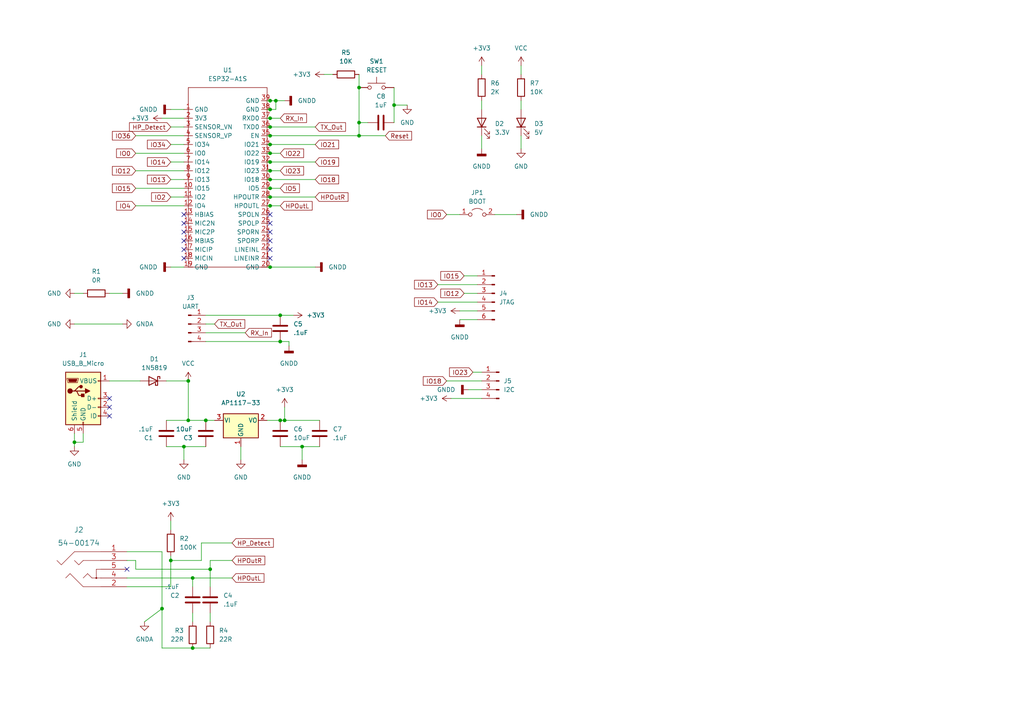
<source format=kicad_sch>
(kicad_sch (version 20211123) (generator eeschema)
  (paper "A4")
  (lib_symbols
    (symbol "2022-02-27_23-11-24:54-00174" (pin_names (offset -0.254) hide)
      (property "Reference" "J" (at -10.16 7.62 0))
      (property "Value" "54-00174" (at -10.16 5.08 0))
      (symbol "54-00174_1_1"
        (arc (start -8.89 -7.747) (mid -8.89 -7.493) (end -8.89 -7.747) (stroke (width 0.254)))
        (circle (center -8.89 -7.62) (radius 0.127) (stroke (width 0.254)))
        (polyline (pts (xy -20.32 -2.54) (xy -19.05 -3.81)) (stroke (width 0.127)))
        (polyline (pts (xy -19.05 -3.81) (xy -15.24 0)) (stroke (width 0.127)))
        (polyline (pts (xy -16.51 -6.35) (xy -17.78 -7.62)) (stroke (width 0.127)))
        (polyline (pts (xy -15.24 0) (xy -7.62 0)) (stroke (width 0.127)))
        (polyline (pts (xy -13.97 -3.81) (xy -15.24 -2.54)) (stroke (width 0.127)))
        (polyline (pts (xy -13.97 -3.81) (xy -12.7 -2.54)) (stroke (width 0.127)))
        (polyline (pts (xy -12.7 -10.16) (xy -16.51 -6.35)) (stroke (width 0.127)))
        (polyline (pts (xy -11.43 -6.35) (xy -12.7 -7.62)) (stroke (width 0.127)))
        (polyline (pts (xy -10.16 -7.62) (xy -11.43 -6.35)) (stroke (width 0.127)))
        (polyline (pts (xy -8.89 -5.08) (xy -8.89 -7.62)) (stroke (width 0.127)))
        (polyline (pts (xy -7.62 -10.16) (xy -12.7 -10.16)) (stroke (width 0.127)))
        (polyline (pts (xy -7.62 -7.62) (xy -10.16 -7.62)) (stroke (width 0.127)))
        (polyline (pts (xy -7.62 -5.08) (xy -8.89 -5.08)) (stroke (width 0.127)))
        (polyline (pts (xy -7.62 -2.54) (xy -12.7 -2.54)) (stroke (width 0.127)))
        (pin unspecified line (at 0 0 180) (length 7.62) (name "1") (number "1"))
        (pin unspecified line (at 0 -10.16 180) (length 7.62) (name "2") (number "2"))
        (pin unspecified line (at 0 -2.54 180) (length 7.62) (name "3") (number "3"))
        (pin unspecified line (at 0 -7.62 180) (length 7.62) (name "4") (number "4"))
        (pin unspecified line (at 0 -5.08 180) (length 7.62) (name "5") (number "5"))
      )
    )
    (symbol "Connector:Conn_01x04_Male" (pin_names (offset 1.016) hide)
      (property "Reference" "J" (at 0 5.08 0))
      (property "Value" "Conn_01x04_Male" (at 0 -7.62 0))
      (symbol "Conn_01x04_Male_1_1"
        (polyline (pts (xy 1.27 -5.08) (xy 0.8636 -5.08)) (stroke (width 0.1524)))
        (polyline (pts (xy 1.27 -2.54) (xy 0.8636 -2.54)) (stroke (width 0.1524)))
        (polyline (pts (xy 1.27 0) (xy 0.8636 0)) (stroke (width 0.1524)))
        (polyline (pts (xy 1.27 2.54) (xy 0.8636 2.54)) (stroke (width 0.1524)))
        (rectangle (start 0.8636 -4.953) (end 0 -5.207) (stroke (width 0.1524)) (fill (type outline)))
        (rectangle (start 0.8636 -2.413) (end 0 -2.667) (stroke (width 0.1524)) (fill (type outline)))
        (rectangle (start 0.8636 0.127) (end 0 -0.127) (stroke (width 0.1524)) (fill (type outline)))
        (rectangle (start 0.8636 2.667) (end 0 2.413) (stroke (width 0.1524)) (fill (type outline)))
        (pin passive line (at 5.08 2.54 180) (length 3.81) (name "Pin_1") (number "1"))
        (pin passive line (at 5.08 0 180) (length 3.81) (name "Pin_2") (number "2"))
        (pin passive line (at 5.08 -2.54 180) (length 3.81) (name "Pin_3") (number "3"))
        (pin passive line (at 5.08 -5.08 180) (length 3.81) (name "Pin_4") (number "4"))
      )
    )
    (symbol "Connector:Conn_01x06_Male" (pin_names (offset 1.016) hide)
      (property "Reference" "J" (at 0 7.62 0))
      (property "Value" "Conn_01x06_Male" (at 0 -10.16 0))
      (symbol "Conn_01x06_Male_1_1"
        (polyline (pts (xy 1.27 -7.62) (xy 0.8636 -7.62)) (stroke (width 0.1524)))
        (polyline (pts (xy 1.27 -5.08) (xy 0.8636 -5.08)) (stroke (width 0.1524)))
        (polyline (pts (xy 1.27 -2.54) (xy 0.8636 -2.54)) (stroke (width 0.1524)))
        (polyline (pts (xy 1.27 0) (xy 0.8636 0)) (stroke (width 0.1524)))
        (polyline (pts (xy 1.27 2.54) (xy 0.8636 2.54)) (stroke (width 0.1524)))
        (polyline (pts (xy 1.27 5.08) (xy 0.8636 5.08)) (stroke (width 0.1524)))
        (rectangle (start 0.8636 -7.493) (end 0 -7.747) (stroke (width 0.1524)) (fill (type outline)))
        (rectangle (start 0.8636 -4.953) (end 0 -5.207) (stroke (width 0.1524)) (fill (type outline)))
        (rectangle (start 0.8636 -2.413) (end 0 -2.667) (stroke (width 0.1524)) (fill (type outline)))
        (rectangle (start 0.8636 0.127) (end 0 -0.127) (stroke (width 0.1524)) (fill (type outline)))
        (rectangle (start 0.8636 2.667) (end 0 2.413) (stroke (width 0.1524)) (fill (type outline)))
        (rectangle (start 0.8636 5.207) (end 0 4.953) (stroke (width 0.1524)) (fill (type outline)))
        (pin passive line (at 5.08 5.08 180) (length 3.81) (name "Pin_1") (number "1"))
        (pin passive line (at 5.08 2.54 180) (length 3.81) (name "Pin_2") (number "2"))
        (pin passive line (at 5.08 0 180) (length 3.81) (name "Pin_3") (number "3"))
        (pin passive line (at 5.08 -2.54 180) (length 3.81) (name "Pin_4") (number "4"))
        (pin passive line (at 5.08 -5.08 180) (length 3.81) (name "Pin_5") (number "5"))
        (pin passive line (at 5.08 -7.62 180) (length 3.81) (name "Pin_6") (number "6"))
      )
    )
    (symbol "Connector:USB_B_Micro" (pin_names (offset 1.016))
      (property "Reference" "J" (at -5.08 11.43 0))
      (property "Value" "USB_B_Micro" (at -5.08 8.89 0))
      (symbol "USB_B_Micro_0_1"
        (rectangle (start -5.08 -7.62) (end 5.08 7.62) (stroke (width 0.254)) (fill (type background)))
        (circle (center -3.81 2.159) (radius 0.635) (stroke (width 0.254)) (fill (type outline)))
        (circle (center -0.635 3.429) (radius 0.381) (stroke (width 0.254)) (fill (type outline)))
        (rectangle (start -0.127 -7.62) (end 0.127 -6.858))
        (polyline (pts (xy -1.905 2.159) (xy 0.635 2.159)) (stroke (width 0.254)))
        (polyline (pts (xy -3.175 2.159) (xy -2.54 2.159) (xy -1.27 3.429) (xy -0.635 3.429)) (stroke (width 0.254)))
        (polyline (pts (xy -2.54 2.159) (xy -1.905 2.159) (xy -1.27 0.889) (xy 0 0.889)) (stroke (width 0.254)))
        (polyline (pts (xy 0.635 2.794) (xy 0.635 1.524) (xy 1.905 2.159) (xy 0.635 2.794)) (stroke (width 0.254)) (fill (type outline)))
        (polyline (pts (xy -4.318 5.588) (xy -1.778 5.588) (xy -2.032 4.826) (xy -4.064 4.826) (xy -4.318 5.588)) (fill (type outline)))
        (polyline (pts (xy -4.699 5.842) (xy -4.699 5.588) (xy -4.445 4.826) (xy -4.445 4.572) (xy -1.651 4.572) (xy -1.651 4.826) (xy -1.397 5.588) (xy -1.397 5.842) (xy -4.699 5.842)))
        (rectangle (start 0.254 1.27) (end -0.508 0.508) (stroke (width 0.254)) (fill (type outline)))
        (rectangle (start 5.08 -5.207) (end 4.318 -4.953))
        (rectangle (start 5.08 -2.667) (end 4.318 -2.413))
        (rectangle (start 5.08 -0.127) (end 4.318 0.127))
        (rectangle (start 5.08 4.953) (end 4.318 5.207))
      )
      (symbol "USB_B_Micro_1_1"
        (pin power_out line (at 7.62 5.08 180) (length 2.54) (name "VBUS") (number "1"))
        (pin bidirectional line (at 7.62 -2.54 180) (length 2.54) (name "D-") (number "2"))
        (pin bidirectional line (at 7.62 0 180) (length 2.54) (name "D+") (number "3"))
        (pin passive line (at 7.62 -5.08 180) (length 2.54) (name "ID") (number "4"))
        (pin power_out line (at 0 -10.16 90) (length 2.54) (name "GND") (number "5"))
        (pin passive line (at -2.54 -10.16 90) (length 2.54) (name "Shield") (number "6"))
      )
    )
    (symbol "Device:C" (pin_numbers hide) (pin_names (offset 0.254))
      (property "Reference" "C" (at 0.635 2.54 0))
      (property "Value" "C" (at 0.635 -2.54 0))
      (symbol "C_0_1"
        (polyline (pts (xy -2.032 -0.762) (xy 2.032 -0.762)) (stroke (width 0.508)))
        (polyline (pts (xy -2.032 0.762) (xy 2.032 0.762)) (stroke (width 0.508)))
      )
      (symbol "C_1_1"
        (pin passive line (at 0 3.81 270) (length 2.794) (name "~") (number "1"))
        (pin passive line (at 0 -3.81 90) (length 2.794) (name "~") (number "2"))
      )
    )
    (symbol "Device:LED" (pin_numbers hide) (pin_names (offset 1.016) hide)
      (property "Reference" "D" (at 0 2.54 0))
      (property "Value" "LED" (at 0 -2.54 0))
      (symbol "LED_0_1"
        (polyline (pts (xy -1.27 -1.27) (xy -1.27 1.27)) (stroke (width 0.254)))
        (polyline (pts (xy -1.27 0) (xy 1.27 0)))
        (polyline (pts (xy 1.27 -1.27) (xy 1.27 1.27) (xy -1.27 0) (xy 1.27 -1.27)) (stroke (width 0.254)))
        (polyline (pts (xy -3.048 -0.762) (xy -4.572 -2.286) (xy -3.81 -2.286) (xy -4.572 -2.286) (xy -4.572 -1.524)))
        (polyline (pts (xy -1.778 -0.762) (xy -3.302 -2.286) (xy -2.54 -2.286) (xy -3.302 -2.286) (xy -3.302 -1.524)))
      )
      (symbol "LED_1_1"
        (pin passive line (at -3.81 0 0) (length 2.54) (name "K") (number "1"))
        (pin passive line (at 3.81 0 180) (length 2.54) (name "A") (number "2"))
      )
    )
    (symbol "Device:R" (pin_numbers hide) (pin_names (offset 0))
      (property "Reference" "R" (at 2.032 0 90))
      (property "Value" "R" (at 0 0 90))
      (symbol "R_0_1"
        (rectangle (start -1.016 -2.54) (end 1.016 2.54) (stroke (width 0.254)))
      )
      (symbol "R_1_1"
        (pin passive line (at 0 3.81 270) (length 1.27) (name "~") (number "1"))
        (pin passive line (at 0 -3.81 90) (length 1.27) (name "~") (number "2"))
      )
    )
    (symbol "Diode:1N5819" (pin_numbers hide) (pin_names (offset 1.016) hide)
      (property "Reference" "D" (at 0 2.54 0))
      (property "Value" "1N5819" (at 0 -2.54 0))
      (symbol "1N5819_0_1"
        (polyline (pts (xy 1.27 0) (xy -1.27 0)))
        (polyline (pts (xy 1.27 1.27) (xy 1.27 -1.27) (xy -1.27 0) (xy 1.27 1.27)) (stroke (width 0.254)))
        (polyline (pts (xy -1.905 0.635) (xy -1.905 1.27) (xy -1.27 1.27) (xy -1.27 -1.27) (xy -0.635 -1.27) (xy -0.635 -0.635)) (stroke (width 0.254)))
      )
      (symbol "1N5819_1_1"
        (pin passive line (at -3.81 0 0) (length 2.54) (name "K") (number "1"))
        (pin passive line (at 3.81 0 180) (length 2.54) (name "A") (number "2"))
      )
    )
    (symbol "ESP32-A1S:ESP32-A1S"
      (property "Reference" "U" (at 11.43 45.72 0))
      (property "Value" "ESP32-A1S" (at 11.43 50 0))
      (symbol "ESP32-A1S_0_0"
        (pin power_in line (at 0 45.72 0) (length 2.54) (name "GND") (number "1"))
        (pin bidirectional line (at 0 22.86 0) (length 2.54) (name "IO15") (number "10"))
        (pin bidirectional line (at 0 20.32 0) (length 2.54) (name "IO2") (number "11"))
        (pin bidirectional line (at 0 17.78 0) (length 2.54) (name "IO4") (number "12"))
        (pin output line (at 0 15.24 0) (length 2.54) (name "HBIAS") (number "13"))
        (pin input line (at 0 12.7 0) (length 2.54) (name "MIC2N") (number "14"))
        (pin input line (at 0 10.16 0) (length 2.54) (name "MIC2P") (number "15"))
        (pin output line (at 0 7.62 0) (length 2.54) (name "MBIAS") (number "16"))
        (pin input line (at 0 5.08 0) (length 2.54) (name "MICIP") (number "17"))
        (pin input line (at 0 2.54 0) (length 2.54) (name "MICIN") (number "18"))
        (pin power_in line (at 0 0 0) (length 2.54) (name "GND") (number "19"))
        (pin power_in line (at 0 43.18 0) (length 2.54) (name "3V3") (number "2"))
        (pin power_in line (at 25 0 180) (length 2.54) (name "GND") (number "20"))
        (pin input line (at 25 2.54 180) (length 2.54) (name "LINEINR") (number "21"))
        (pin input line (at 25 5.08 180) (length 2.54) (name "LINEINL") (number "22"))
        (pin output line (at 25 7.62 180) (length 2.54) (name "SPORP") (number "23"))
        (pin output line (at 25 10.16 180) (length 2.54) (name "SPORN") (number "24"))
        (pin output line (at 25 12.7 180) (length 2.54) (name "SPOLP") (number "25"))
        (pin output line (at 25 15.24 180) (length 2.54) (name "SPOLN") (number "26"))
        (pin output line (at 25 17.78 180) (length 2.54) (name "HPOUTL") (number "27"))
        (pin output line (at 25 20.32 180) (length 2.54) (name "HPOUTR") (number "28"))
        (pin bidirectional line (at 25 22.86 180) (length 2.54) (name "IO5") (number "29"))
        (pin input line (at 0 40.64 0) (length 2.54) (name "SENSOR_VN") (number "3"))
        (pin bidirectional line (at 25 25.4 180) (length 2.54) (name "IO18") (number "30"))
        (pin bidirectional line (at 25 27.94 180) (length 2.54) (name "IO23") (number "31"))
        (pin bidirectional line (at 25 30.48 180) (length 2.54) (name "IO19") (number "32"))
        (pin bidirectional line (at 25 33.02 180) (length 2.54) (name "IO22") (number "33"))
        (pin bidirectional line (at 25 35.56 180) (length 2.54) (name "IO21") (number "34"))
        (pin input line (at 25 38.1 180) (length 2.54) (name "EN") (number "35"))
        (pin bidirectional line (at 25 40.64 180) (length 2.54) (name "TXD0") (number "36"))
        (pin bidirectional line (at 25 43.18 180) (length 2.54) (name "RXD0") (number "37"))
        (pin power_in line (at 25 45.72 180) (length 2.54) (name "GND") (number "38"))
        (pin passive line (at 25 48.26 180) (length 2.54) (name "GND") (number "39"))
        (pin input line (at 0 38.1 0) (length 2.54) (name "SENSOR_VP") (number "4"))
        (pin input line (at 0 35.56 0) (length 2.54) (name "IO34") (number "5"))
        (pin bidirectional line (at 0 33.02 0) (length 2.54) (name "IO0") (number "6"))
        (pin bidirectional line (at 0 30.48 0) (length 2.54) (name "IO14") (number "7"))
        (pin bidirectional line (at 0 27.94 0) (length 2.54) (name "IO12") (number "8"))
        (pin bidirectional line (at 0 25.4 0) (length 2.54) (name "IO13") (number "9"))
      )
      (symbol "ESP32-A1S_0_1"
        (rectangle (start 1.27 0) (end 24.13 52.07))
      )
    )
    (symbol "Jumper:Jumper_2_Open" (pin_names (offset 0) hide)
      (property "Reference" "JP" (at 0 2.794 0))
      (property "Value" "Jumper_2_Open" (at 0 -2.286 0))
      (symbol "Jumper_2_Open_0_0"
        (circle (center -2.032 0) (radius 0.508))
        (circle (center 2.032 0) (radius 0.508))
      )
      (symbol "Jumper_2_Open_0_1"
        (arc (start 1.524 1.27) (mid 0 1.778) (end -1.524 1.27))
      )
      (symbol "Jumper_2_Open_1_1"
        (pin passive line (at -5.08 0 0) (length 2.54) (name "A") (number "1"))
        (pin passive line (at 5.08 0 180) (length 2.54) (name "B") (number "2"))
      )
    )
    (symbol "Regulator_Linear:AP1117-33" (pin_names (offset 0.254))
      (property "Reference" "U" (at -3.81 3.175 0))
      (property "Value" "AP1117-33" (at 0 3.175 0))
      (symbol "AP1117-33_0_1"
        (rectangle (start -5.08 -5.08) (end 5.08 1.905) (stroke (width 0.254)) (fill (type background)))
      )
      (symbol "AP1117-33_1_1"
        (pin power_in line (at 0 -7.62 90) (length 2.54) (name "GND") (number "1"))
        (pin power_out line (at 7.62 0 180) (length 2.54) (name "VO") (number "2"))
        (pin power_in line (at -7.62 0 0) (length 2.54) (name "VI") (number "3"))
      )
    )
    (symbol "Switch:SW_Push" (pin_numbers hide) (pin_names (offset 1.016) hide)
      (property "Reference" "SW" (at 1.27 2.54 0))
      (property "Value" "SW_Push" (at 0 -1.524 0))
      (symbol "SW_Push_0_1"
        (circle (center -2.032 0) (radius 0.508))
        (polyline (pts (xy 0 1.27) (xy 0 3.048)))
        (polyline (pts (xy 2.54 1.27) (xy -2.54 1.27)))
        (circle (center 2.032 0) (radius 0.508))
        (pin passive line (at -5.08 0 0) (length 2.54) (name "1") (number "1"))
        (pin passive line (at 5.08 0 180) (length 2.54) (name "2") (number "2"))
      )
    )
    (symbol "power:+3.3V" (power) (pin_names (offset 0))
      (property "Value" "+3.3V" (at 0 3.556 0))
      (symbol "+3.3V_0_1"
        (polyline (pts (xy -0.762 1.27) (xy 0 2.54)))
        (polyline (pts (xy 0 0) (xy 0 2.54)))
        (polyline (pts (xy 0 2.54) (xy 0.762 1.27)))
      )
      (symbol "+3.3V_1_1"
        (pin power_in line (at 0 0 90) (length 0) hide (name "+3V3") (number "1"))
      )
    )
    (symbol "power:+3V3" (power) (pin_names (offset 0))
      (property "Value" "+3V3" (at 0 3.556 0))
      (symbol "+3V3_0_1"
        (polyline (pts (xy -0.762 1.27) (xy 0 2.54)))
        (polyline (pts (xy 0 0) (xy 0 2.54)))
        (polyline (pts (xy 0 2.54) (xy 0.762 1.27)))
      )
      (symbol "+3V3_1_1"
        (pin power_in line (at 0 0 90) (length 0) hide (name "+3V3") (number "1"))
      )
    )
    (symbol "power:GND" (power) (pin_names (offset 0))
      (property "Value" "GND" (at 0 -3.81 0))
      (symbol "GND_0_1"
        (polyline (pts (xy 0 0) (xy 0 -1.27) (xy 1.27 -1.27) (xy 0 -2.54) (xy -1.27 -1.27) (xy 0 -1.27)))
      )
      (symbol "GND_1_1"
        (pin power_in line (at 0 0 270) (length 0) hide (name "GND") (number "1"))
      )
    )
    (symbol "power:GNDA" (power) (pin_names (offset 0))
      (property "Value" "GNDA" (at 0 -3.81 0))
      (symbol "GNDA_0_1"
        (polyline (pts (xy 0 0) (xy 0 -1.27) (xy 1.27 -1.27) (xy 0 -2.54) (xy -1.27 -1.27) (xy 0 -1.27)))
      )
      (symbol "GNDA_1_1"
        (pin power_in line (at 0 0 270) (length 0) hide (name "GNDA") (number "1"))
      )
    )
    (symbol "power:GNDD" (power) (pin_names (offset 0))
      (property "Value" "GNDD" (at 0 -3.175 0))
      (symbol "GNDD_0_1"
        (rectangle (start -1.27 -1.524) (end 1.27 -2.032) (stroke (width 0.254)) (fill (type outline)))
        (polyline (pts (xy 0 0) (xy 0 -1.524)))
      )
      (symbol "GNDD_1_1"
        (pin power_in line (at 0 0 270) (length 0) hide (name "GNDD") (number "1"))
      )
    )
    (symbol "power:VCC" (power) (pin_names (offset 0))
      (property "Value" "VCC" (at 0 3.81 0))
      (symbol "VCC_0_1"
        (polyline (pts (xy -0.762 1.27) (xy 0 2.54)))
        (polyline (pts (xy 0 0) (xy 0 2.54)))
        (polyline (pts (xy 0 2.54) (xy 0.762 1.27)))
      )
      (symbol "VCC_1_1"
        (pin power_in line (at 0 0 90) (length 0) hide (name "VCC") (number "1"))
      )
    )
  )
  (junction (at 87.63 129.54))
  (junction (at 78.34 46.99))
  (junction (at 81.28 121.92))
  (junction (at 78.34 57.15))
  (junction (at 78.34 41.91))
  (junction (at 55.88 167.64))
  (junction (at 49.53 162.56))
  (junction (at 59.69 121.92))
  (junction (at 78.34 44.45))
  (junction (at 82.55 121.92))
  (junction (at 78.34 54.61))
  (junction (at 78.34 36.83))
  (junction (at 53.34 129.54))
  (junction (at 104.14 35.56))
  (junction (at 46.99 176.53))
  (junction (at 78.34 34.29))
  (junction (at 54.61 110.49))
  (junction (at 81.28 99.06))
  (junction (at 54.61 121.92))
  (junction (at 60.96 165.1))
  (junction (at 78.34 77.47))
  (junction (at 78.34 29.21))
  (junction (at 104.14 25.4))
  (junction (at 78.34 39.37))
  (junction (at 81.28 91.44))
  (junction (at 21.59 128.27))
  (junction (at 78.34 52.07))
  (junction (at 78.34 59.69))
  (junction (at 114.3 30.48))
  (junction (at 78.34 49.53))
  (junction (at 80.01 29.21))
  (junction (at 78.34 31.75))
  (junction (at 104.14 39.37))
  (junction (at 55.88 187.96))
  (no_connect (at 31.75 115.57))
  (no_connect (at 31.75 118.11))
  (no_connect (at 53.34 62.23))
  (no_connect (at 78.34 62.23))
  (no_connect (at 78.34 69.85))
  (no_connect (at 78.34 64.77))
  (no_connect (at 78.34 74.93))
  (no_connect (at 31.75 120.65))
  (no_connect (at 36.83 165.1))
  (no_connect (at 78.34 72.39))
  (no_connect (at 53.34 64.77))
  (no_connect (at 53.34 67.31))
  (no_connect (at 53.34 72.39))
  (no_connect (at 53.34 69.85))
  (no_connect (at 53.34 74.93))
  (no_connect (at 78.34 67.31))
  (wire (pts (xy 127 87.63) (xy 138.43 87.63)))
  (wire (pts (xy 78.34 49.53) (xy 81.28 49.53)))
  (wire (pts (xy 151.13 39.37) (xy 151.13 43.18)))
  (wire (pts (xy 78.34 34.29) (xy 81.28 34.29)))
  (wire (pts (xy 24.13 128.27) (xy 21.59 128.27)))
  (wire (pts (xy 49.53 57.15) (xy 53.34 57.15)))
  (wire (pts (xy 58.42 157.48) (xy 58.42 162.56)))
  (wire (pts (xy 39.37 39.37) (xy 53.34 39.37)))
  (wire (pts (xy 78.34 41.91) (xy 91.44 41.91)))
  (wire (pts (xy 49.53 170.18) (xy 49.53 162.56)))
  (wire (pts (xy 78.34 59.69) (xy 81.28 59.69)))
  (wire (pts (xy 60.96 165.1) (xy 60.96 170.18)))
  (wire (pts (xy 139.7 39.37) (xy 139.7 43.18)))
  (wire (pts (xy 77.47 46.99) (xy 78.34 46.99)))
  (wire (pts (xy 78.34 44.45) (xy 81.28 44.45)))
  (wire (pts (xy 46.99 176.53) (xy 46.99 187.96)))
  (wire (pts (xy 87.63 129.54) (xy 92.71 129.54)))
  (wire (pts (xy 46.99 34.29) (xy 53.34 34.29)))
  (wire (pts (xy 104.14 21.59) (xy 104.14 25.4)))
  (wire (pts (xy 81.28 129.54) (xy 87.63 129.54)))
  (wire (pts (xy 104.14 25.4) (xy 104.14 35.56)))
  (wire (pts (xy 49.53 161.29) (xy 49.53 162.56)))
  (wire (pts (xy 82.55 121.92) (xy 92.71 121.92)))
  (wire (pts (xy 81.28 121.92) (xy 82.55 121.92)))
  (wire (pts (xy 137.16 107.95) (xy 139.7 107.95)))
  (wire (pts (xy 39.37 44.45) (xy 53.34 44.45)))
  (wire (pts (xy 60.96 162.56) (xy 67.31 162.56)))
  (wire (pts (xy 49.53 52.07) (xy 53.34 52.07)))
  (wire (pts (xy 49.53 31.75) (xy 53.34 31.75)))
  (wire (pts (xy 53.34 129.54) (xy 59.69 129.54)))
  (wire (pts (xy 67.31 157.48) (xy 58.42 157.48)))
  (wire (pts (xy 130.81 115.57) (xy 139.7 115.57)))
  (wire (pts (xy 55.88 187.96) (xy 60.96 187.96)))
  (wire (pts (xy 77.47 52.07) (xy 78.34 52.07)))
  (wire (pts (xy 78.34 31.75) (xy 80.01 31.75)))
  (wire (pts (xy 59.69 96.52) (xy 71.12 96.52)))
  (wire (pts (xy 77.47 34.29) (xy 78.34 34.29)))
  (wire (pts (xy 59.69 121.92) (xy 62.23 121.92)))
  (wire (pts (xy 78.34 57.15) (xy 91.44 57.15)))
  (wire (pts (xy 87.63 129.54) (xy 87.63 133.35)))
  (wire (pts (xy 31.75 110.49) (xy 40.64 110.49)))
  (wire (pts (xy 59.69 91.44) (xy 81.28 91.44)))
  (wire (pts (xy 80.01 31.75) (xy 80.01 29.21)))
  (wire (pts (xy 36.83 160.02) (xy 46.99 160.02)))
  (wire (pts (xy 133.35 92.71) (xy 138.43 92.71)))
  (wire (pts (xy 49.53 77.47) (xy 53.34 77.47)))
  (wire (pts (xy 21.59 93.98) (xy 35.56 93.98)))
  (wire (pts (xy 114.3 25.4) (xy 114.3 30.48)))
  (wire (pts (xy 77.47 44.45) (xy 78.34 44.45)))
  (wire (pts (xy 21.59 128.27) (xy 21.59 129.54)))
  (wire (pts (xy 80.01 29.21) (xy 82.55 29.21)))
  (wire (pts (xy 21.59 125.73) (xy 21.59 128.27)))
  (wire (pts (xy 104.14 35.56) (xy 104.14 39.37)))
  (wire (pts (xy 114.3 30.48) (xy 114.3 35.56)))
  (wire (pts (xy 60.96 165.1) (xy 39.37 165.1)))
  (wire (pts (xy 59.69 99.06) (xy 81.28 99.06)))
  (wire (pts (xy 77.47 57.15) (xy 78.34 57.15)))
  (wire (pts (xy 49.53 41.91) (xy 53.34 41.91)))
  (wire (pts (xy 129.54 110.49) (xy 139.7 110.49)))
  (wire (pts (xy 77.47 41.91) (xy 78.34 41.91)))
  (wire (pts (xy 39.37 59.69) (xy 53.34 59.69)))
  (wire (pts (xy 78.34 54.61) (xy 81.28 54.61)))
  (wire (pts (xy 21.59 85.09) (xy 24.13 85.09)))
  (wire (pts (xy 49.53 46.99) (xy 53.34 46.99)))
  (wire (pts (xy 77.47 121.92) (xy 81.28 121.92)))
  (wire (pts (xy 49.53 151.13) (xy 49.53 153.67)))
  (wire (pts (xy 58.42 162.56) (xy 49.53 162.56)))
  (wire (pts (xy 55.88 167.64) (xy 67.31 167.64)))
  (wire (pts (xy 93.98 21.59) (xy 96.52 21.59)))
  (wire (pts (xy 46.99 160.02) (xy 46.99 176.53)))
  (wire (pts (xy 48.26 121.92) (xy 54.61 121.92)))
  (wire (pts (xy 77.47 54.61) (xy 78.34 54.61)))
  (wire (pts (xy 39.37 54.61) (xy 53.34 54.61)))
  (wire (pts (xy 135.89 113.03) (xy 139.7 113.03)))
  (wire (pts (xy 48.26 129.54) (xy 53.34 129.54)))
  (wire (pts (xy 39.37 162.56) (xy 36.83 162.56)))
  (wire (pts (xy 39.37 165.1) (xy 39.37 162.56)))
  (wire (pts (xy 78.34 36.83) (xy 91.44 36.83)))
  (wire (pts (xy 49.53 36.83) (xy 53.34 36.83)))
  (wire (pts (xy 54.61 121.92) (xy 59.69 121.92)))
  (wire (pts (xy 139.7 19.05) (xy 139.7 21.59)))
  (wire (pts (xy 83.82 99.06) (xy 81.28 99.06)))
  (wire (pts (xy 24.13 125.73) (xy 24.13 128.27)))
  (wire (pts (xy 78.34 52.07) (xy 91.44 52.07)))
  (wire (pts (xy 77.47 31.75) (xy 78.34 31.75)))
  (wire (pts (xy 78.34 46.99) (xy 91.44 46.99)))
  (wire (pts (xy 77.47 29.21) (xy 78.34 29.21)))
  (wire (pts (xy 83.82 99.06) (xy 83.82 100.33)))
  (wire (pts (xy 143.51 62.23) (xy 149.86 62.23)))
  (wire (pts (xy 60.96 162.56) (xy 60.96 165.1)))
  (wire (pts (xy 41.91 180.34) (xy 46.99 176.53)))
  (wire (pts (xy 39.37 49.53) (xy 53.34 49.53)))
  (wire (pts (xy 114.3 30.48) (xy 118.11 30.48)))
  (wire (pts (xy 78.34 77.47) (xy 91.44 77.47)))
  (wire (pts (xy 55.88 177.8) (xy 55.88 180.34)))
  (wire (pts (xy 60.96 177.8) (xy 60.96 180.34)))
  (wire (pts (xy 77.47 39.37) (xy 78.34 39.37)))
  (wire (pts (xy 55.88 167.64) (xy 55.88 170.18)))
  (wire (pts (xy 151.13 19.05) (xy 151.13 21.59)))
  (wire (pts (xy 151.13 29.21) (xy 151.13 31.75)))
  (wire (pts (xy 77.47 59.69) (xy 78.34 59.69)))
  (wire (pts (xy 129.54 62.23) (xy 133.35 62.23)))
  (wire (pts (xy 36.83 170.18) (xy 49.53 170.18)))
  (wire (pts (xy 139.7 29.21) (xy 139.7 31.75)))
  (wire (pts (xy 53.34 129.54) (xy 53.34 133.35)))
  (wire (pts (xy 77.47 36.83) (xy 78.34 36.83)))
  (wire (pts (xy 104.14 35.56) (xy 106.68 35.56)))
  (wire (pts (xy 31.75 85.09) (xy 35.56 85.09)))
  (wire (pts (xy 127 82.55) (xy 138.43 82.55)))
  (wire (pts (xy 133.35 90.17) (xy 138.43 90.17)))
  (wire (pts (xy 134.62 85.09) (xy 138.43 85.09)))
  (wire (pts (xy 78.34 39.37) (xy 104.14 39.37)))
  (wire (pts (xy 59.69 93.98) (xy 62.23 93.98)))
  (wire (pts (xy 77.47 77.47) (xy 78.34 77.47)))
  (wire (pts (xy 104.14 39.37) (xy 111.76 39.37)))
  (wire (pts (xy 78.34 29.21) (xy 80.01 29.21)))
  (wire (pts (xy 134.62 80.01) (xy 138.43 80.01)))
  (wire (pts (xy 77.47 49.53) (xy 78.34 49.53)))
  (wire (pts (xy 55.88 187.96) (xy 46.99 187.96)))
  (wire (pts (xy 48.26 110.49) (xy 54.61 110.49)))
  (wire (pts (xy 81.28 91.44) (xy 85.09 91.44)))
  (wire (pts (xy 69.85 129.54) (xy 69.85 133.35)))
  (wire (pts (xy 36.83 167.64) (xy 55.88 167.64)))
  (wire (pts (xy 82.55 118.11) (xy 82.55 121.92)))
  (wire (pts (xy 54.61 110.49) (xy 54.61 121.92)))
  (global_label "IO14" (shape input) (at 127 87.63 180) (property "Intersheet References" "${INTERSHEET_REFS}" (effects hide)))
  (global_label "HPOutL" (shape input) (at 67.31 167.64 0) (property "Intersheet References" "${INTERSHEET_REFS}" (effects hide)))
  (global_label "IO12" (shape input) (at 39.37 49.53 180) (property "Intersheet References" "${INTERSHEET_REFS}" (effects hide)))
  (global_label "TX_Out" (shape input) (at 62.23 93.98 0) (property "Intersheet References" "${INTERSHEET_REFS}" (effects hide)))
  (global_label "IO23" (shape input) (at 137.16 107.95 180) (property "Intersheet References" "${INTERSHEET_REFS}" (effects hide)))
  (global_label "IO2" (shape input) (at 49.53 57.15 180) (property "Intersheet References" "${INTERSHEET_REFS}" (effects hide)))
  (global_label "HPOutR" (shape input) (at 91.44 57.15 0) (property "Intersheet References" "${INTERSHEET_REFS}" (effects hide)))
  (global_label "IO12" (shape input) (at 134.62 85.09 180) (property "Intersheet References" "${INTERSHEET_REFS}" (effects hide)))
  (global_label "RX_In" (shape input) (at 81.28 34.29 0) (property "Intersheet References" "${INTERSHEET_REFS}" (effects hide)))
  (global_label "IO5" (shape input) (at 81.28 54.61 0) (property "Intersheet References" "${INTERSHEET_REFS}" (effects hide)))
  (global_label "IO14" (shape input) (at 49.53 46.99 180) (property "Intersheet References" "${INTERSHEET_REFS}" (effects hide)))
  (global_label "IO21" (shape input) (at 91.44 41.91 0) (property "Intersheet References" "${INTERSHEET_REFS}" (effects hide)))
  (global_label "IO18" (shape input) (at 129.54 110.49 180) (property "Intersheet References" "${INTERSHEET_REFS}" (effects hide)))
  (global_label "RX_In" (shape input) (at 71.12 96.52 0) (property "Intersheet References" "${INTERSHEET_REFS}" (effects hide)))
  (global_label "IO19" (shape input) (at 91.44 46.99 0) (property "Intersheet References" "${INTERSHEET_REFS}" (effects hide)))
  (global_label "Reset" (shape input) (at 111.76 39.37 0) (property "Intersheet References" "${INTERSHEET_REFS}" (effects hide)))
  (global_label "TX_Out" (shape input) (at 91.44 36.83 0) (property "Intersheet References" "${INTERSHEET_REFS}" (effects hide)))
  (global_label "IO13" (shape input) (at 127 82.55 180) (property "Intersheet References" "${INTERSHEET_REFS}" (effects hide)))
  (global_label "IO22" (shape input) (at 81.28 44.45 0) (property "Intersheet References" "${INTERSHEET_REFS}" (effects hide)))
  (global_label "IO15" (shape input) (at 39.37 54.61 180) (property "Intersheet References" "${INTERSHEET_REFS}" (effects hide)))
  (global_label "IO36" (shape input) (at 39.37 39.37 180) (property "Intersheet References" "${INTERSHEET_REFS}" (effects hide)))
  (global_label "HP_Detect" (shape input) (at 67.31 157.48 0) (property "Intersheet References" "${INTERSHEET_REFS}" (effects hide)))
  (global_label "IO23" (shape input) (at 81.28 49.53 0) (property "Intersheet References" "${INTERSHEET_REFS}" (effects hide)))
  (global_label "IO15" (shape input) (at 134.62 80.01 180) (property "Intersheet References" "${INTERSHEET_REFS}" (effects hide)))
  (global_label "IO0" (shape input) (at 39.37 44.45 180) (property "Intersheet References" "${INTERSHEET_REFS}" (effects hide)))
  (global_label "HP_Detect" (shape input) (at 49.53 36.83 180) (property "Intersheet References" "${INTERSHEET_REFS}" (effects hide)))
  (global_label "IO34" (shape input) (at 49.53 41.91 180) (property "Intersheet References" "${INTERSHEET_REFS}" (effects hide)))
  (global_label "IO4" (shape input) (at 39.37 59.69 180) (property "Intersheet References" "${INTERSHEET_REFS}" (effects hide)))
  (global_label "IO0" (shape input) (at 129.54 62.23 180) (property "Intersheet References" "${INTERSHEET_REFS}" (effects hide)))
  (global_label "IO13" (shape input) (at 49.53 52.07 180) (property "Intersheet References" "${INTERSHEET_REFS}" (effects hide)))
  (global_label "IO18" (shape input) (at 91.44 52.07 0) (property "Intersheet References" "${INTERSHEET_REFS}" (effects hide)))
  (global_label "HPOutR" (shape input) (at 67.31 162.56 0) (property "Intersheet References" "${INTERSHEET_REFS}" (effects hide)))
  (global_label "HPOutL" (shape input) (at 81.28 59.69 0) (property "Intersheet References" "${INTERSHEET_REFS}" (effects hide)))
  (symbol (lib_id "2022-02-27_23-11-24:54-00174") (at 36.83 160.02 0) (unit 1)
    (property "Reference" "J2" (at 22.86 153.67 0) (effects (font (size 1.524 1.524))))
    (property "Value" "54-00174" (at 22.86 157.48 0) (effects (font (size 1.524 1.524))))
    (property "Footprint" "footprints:54-00174" (effects hide))
  )
  (symbol (lib_id "Switch:SW_Push") (at 109.22 25.4 0) (unit 1)
    (property "Reference" "SW1" (at 109.22 17.78 0))
    (property "Value" "RESET" (at 109.22 20.32 0))
    (property "Footprint" "Button_Switch_SMD:SW_SPST_B3U-1000P" (effects hide))
  )
  (symbol (lib_id "power:GND") (at 118.11 30.48 0) (unit 1)
    (property "Reference" "#PWR021" (effects hide))
    (property "Value" "GND" (at 118.11 35.56 0))
  )
  (symbol (lib_id "Device:R") (at 49.53 157.48 0) (unit 1)
    (property "Reference" "R2" (at 52.07 156.2099 0) (effects (justify left)))
    (property "Value" "100K" (at 52.07 158.7499 0) (effects (justify left)))
    (property "Footprint" "Resistor_SMD:R_0805_2012Metric_Pad1.20x1.40mm_HandSolder" (effects hide))
  )
  (symbol (lib_id "power:+3.3V") (at 130.81 115.57 90) (unit 1)
    (property "Reference" "#PWR022" (effects hide))
    (property "Value" "+3.3V" (at 127 115.5699 90) (effects (justify left)))
  )
  (symbol (lib_id "Device:R") (at 100.33 21.59 270) (unit 1)
    (property "Reference" "R5" (at 100.33 15.24 90))
    (property "Value" "10K" (at 100.33 17.78 90))
    (property "Footprint" "Resistor_SMD:R_0805_2012Metric_Pad1.20x1.40mm_HandSolder" (effects hide))
  )
  (symbol (lib_id "power:GND") (at 21.59 85.09 270) (unit 1)
    (property "Reference" "#PWR01" (effects hide))
    (property "Value" "GND" (at 17.78 85.0899 90) (effects (justify right)))
  )
  (symbol (lib_id "Diode:1N5819") (at 44.45 110.49 0) (mirror y) (unit 1)
    (property "Reference" "D1" (at 44.7675 104.14 0))
    (property "Value" "1N5819" (at 44.7675 106.68 0))
    (property "Footprint" "Diode_SMD:D_0805_2012Metric_Pad1.15x1.40mm_HandSolder" (effects hide))
    (property "Datasheet" "http://www.vishay.com/docs/88525/1n5817.pdf" (effects hide))
  )
  (symbol (lib_id "power:VCC") (at 151.13 19.05 0) (unit 1)
    (property "Reference" "#PWR029" (effects hide))
    (property "Value" "VCC" (at 151.13 13.97 0))
  )
  (symbol (lib_id "power:GNDA") (at 41.91 180.34 0) (unit 1)
    (property "Reference" "#PWR06" (effects hide))
    (property "Value" "GNDA" (at 41.91 185.42 0))
  )
  (symbol (lib_id "Connector:Conn_01x06_Male") (at 143.51 85.09 0) (mirror y) (unit 1)
    (property "Reference" "J4" (at 144.78 85.0899 0) (effects (justify right)))
    (property "Value" "JTAG" (at 144.78 87.6299 0) (effects (justify right)))
    (property "Footprint" "Connector_PinHeader_2.54mm:PinHeader_1x06_P2.54mm_Vertical" (effects hide))
  )
  (symbol (lib_id "power:GND") (at 53.34 133.35 0) (unit 1)
    (property "Reference" "#PWR011" (effects hide))
    (property "Value" "GND" (at 53.34 138.43 0))
  )
  (symbol (lib_id "power:+3.3V") (at 46.99 34.29 90) (unit 1)
    (property "Reference" "#PWR07" (effects hide))
    (property "Value" "+3.3V" (at 43.18 34.2899 90) (effects (justify left)))
  )
  (symbol (lib_id "power:GNDD") (at 35.56 85.09 90) (unit 1)
    (property "Reference" "#PWR04" (effects hide))
    (property "Value" "GNDD" (at 39.37 85.0899 90) (effects (justify right)))
  )
  (symbol (lib_id "Device:C") (at 55.88 173.99 180) (unit 1)
    (property "Reference" "C2" (at 52.07 172.7201 0) (effects (justify left)))
    (property "Value" ".1uF" (at 52.07 170.1801 0) (effects (justify left)))
    (property "Footprint" "Capacitor_SMD:C_0805_2012Metric_Pad1.18x1.45mm_HandSolder" (effects hide))
  )
  (symbol (lib_id "power:+3.3V") (at 49.53 151.13 0) (unit 1)
    (property "Reference" "#PWR010" (effects hide))
    (property "Value" "+3.3V" (at 49.53 146.05 0))
  )
  (symbol (lib_id "power:+3.3V") (at 93.98 21.59 90) (unit 1)
    (property "Reference" "#PWR020" (effects hide))
    (property "Value" "+3.3V" (at 90.17 21.5899 90) (effects (justify left)))
  )
  (symbol (lib_id "power:GNDD") (at 83.82 100.33 0) (unit 1)
    (property "Reference" "#PWR016" (effects hide))
    (property "Value" "GNDD" (at 83.82 105.41 0))
  )
  (symbol (lib_id "Device:LED") (at 139.7 35.56 90) (unit 1)
    (property "Reference" "D2" (at 143.51 35.8774 90) (effects (justify right)))
    (property "Value" "3.3V" (at 143.51 38.4174 90) (effects (justify right)))
    (property "Footprint" "LED_SMD:LED_0805_2012Metric_Pad1.15x1.40mm_HandSolder" (effects hide))
  )
  (symbol (lib_id "power:GNDD") (at 135.89 113.03 270) (mirror x) (unit 1)
    (property "Reference" "#PWR025" (effects hide))
    (property "Value" "GNDD" (at 132.08 113.0299 90) (effects (justify right)))
  )
  (symbol (lib_id "power:GNDD") (at 49.53 77.47 270) (unit 1)
    (property "Reference" "#PWR09" (effects hide))
    (property "Value" "GNDD" (at 45.72 77.4699 90) (effects (justify right)))
  )
  (symbol (lib_id "power:GNDD") (at 133.35 92.71 0) (unit 1)
    (property "Reference" "#PWR024" (effects hide))
    (property "Value" "GNDD" (at 133.35 97.79 0))
  )
  (symbol (lib_id "Device:R") (at 27.94 85.09 270) (unit 1)
    (property "Reference" "R1" (at 27.94 78.74 90))
    (property "Value" "0R" (at 27.94 81.28 90))
    (property "Footprint" "Resistor_SMD:R_0805_2012Metric_Pad1.20x1.40mm_HandSolder" (effects hide))
  )
  (symbol (lib_id "ESP32-A1S:ESP32-A1S") (at 53.34 77.47 0) (unit 1)
    (property "Reference" "U1" (at 66.04 20.32 0))
    (property "Value" "ESP32-A1S" (at 66.04 22.86 0))
    (property "Footprint" "ESP32-A1S:ESP32-A1S" (effects hide))
  )
  (symbol (lib_id "power:GND") (at 151.13 43.18 0) (unit 1)
    (property "Reference" "#PWR030" (effects hide))
    (property "Value" "GND" (at 151.13 48.26 0))
  )
  (symbol (lib_id "power:+3V3") (at 85.09 91.44 270) (unit 1)
    (property "Reference" "#PWR017" (effects hide))
    (property "Value" "+3V3" (at 88.9 91.4399 90) (effects (justify left)))
  )
  (symbol (lib_id "power:GNDD") (at 87.63 133.35 0) (unit 1)
    (property "Reference" "#PWR018" (effects hide))
    (property "Value" "GNDD" (at 87.63 138.43 0))
  )
  (symbol (lib_id "Regulator_Linear:AP1117-33") (at 69.85 121.92 0) (unit 1)
    (property "Reference" "U2" (at 69.85 114.3 0))
    (property "Value" "AP1117-33" (at 69.85 116.84 0))
    (property "Footprint" "Package_TO_SOT_SMD:SOT-223-3_TabPin2" (effects hide))
    (property "Datasheet" "http://www.diodes.com/datasheets/AP1117.pdf" (effects hide))
  )
  (symbol (lib_id "Device:C") (at 60.96 173.99 0) (unit 1)
    (property "Reference" "C4" (at 64.77 172.7199 0) (effects (justify left)))
    (property "Value" ".1uF" (at 64.77 175.2599 0) (effects (justify left)))
    (property "Footprint" "Capacitor_SMD:C_0805_2012Metric_Pad1.18x1.45mm_HandSolder" (effects hide))
  )
  (symbol (lib_id "Device:LED") (at 151.13 35.56 90) (unit 1)
    (property "Reference" "D3" (at 154.94 35.8774 90) (effects (justify right)))
    (property "Value" "5V" (at 154.94 38.4174 90) (effects (justify right)))
    (property "Footprint" "LED_SMD:LED_0805_2012Metric_Pad1.15x1.40mm_HandSolder" (effects hide))
  )
  (symbol (lib_id "Device:R") (at 151.13 25.4 0) (unit 1)
    (property "Reference" "R7" (at 153.67 24.1299 0) (effects (justify left)))
    (property "Value" "10K" (at 153.67 26.6699 0) (effects (justify left)))
    (property "Footprint" "Resistor_SMD:R_0805_2012Metric_Pad1.20x1.40mm_HandSolder" (effects hide))
  )
  (symbol (lib_id "power:GNDD") (at 149.86 62.23 90) (unit 1)
    (property "Reference" "#PWR028" (effects hide))
    (property "Value" "GNDD" (at 153.67 62.2299 90) (effects (justify right)))
  )
  (symbol (lib_id "Device:R") (at 60.96 184.15 0) (unit 1)
    (property "Reference" "R4" (at 63.5 182.8799 0) (effects (justify left)))
    (property "Value" "22R" (at 63.5 185.4199 0) (effects (justify left)))
    (property "Footprint" "Resistor_SMD:R_0805_2012Metric_Pad1.20x1.40mm_HandSolder" (effects hide))
  )
  (symbol (lib_id "power:GND") (at 21.59 93.98 270) (unit 1)
    (property "Reference" "#PWR02" (effects hide))
    (property "Value" "GND" (at 17.78 93.9799 90) (effects (justify right)))
  )
  (symbol (lib_id "Connector:Conn_01x04_Male") (at 54.61 93.98 0) (unit 1)
    (property "Reference" "J3" (at 55.245 86.36 0))
    (property "Value" "UART" (at 55.245 88.9 0))
    (property "Footprint" "Connector_PinHeader_2.54mm:PinHeader_1x04_P2.54mm_Vertical" (effects hide))
  )
  (symbol (lib_id "Connector:USB_B_Micro") (at 24.13 115.57 0) (unit 1)
    (property "Reference" "J1" (at 24.13 102.87 0))
    (property "Value" "USB_B_Micro" (at 24.13 105.41 0))
    (property "Footprint" "Connector_USB:USB_Micro-B_Amphenol_10118194_Horizontal" (effects hide))
  )
  (symbol (lib_id "power:+3.3V") (at 82.55 118.11 0) (unit 1)
    (property "Reference" "#PWR015" (effects hide))
    (property "Value" "+3.3V" (at 82.55 113.03 0))
  )
  (symbol (lib_id "power:GND") (at 21.59 129.54 0) (unit 1)
    (property "Reference" "#PWR03" (effects hide))
    (property "Value" "GND" (at 21.59 134.62 0))
  )
  (symbol (lib_id "Device:C") (at 81.28 125.73 0) (unit 1)
    (property "Reference" "C6" (at 85.09 124.4599 0) (effects (justify left)))
    (property "Value" "10uF" (at 85.09 126.9999 0) (effects (justify left)))
    (property "Footprint" "Capacitor_SMD:C_0805_2012Metric_Pad1.18x1.45mm_HandSolder" (effects hide))
  )
  (symbol (lib_id "power:+3.3V") (at 133.35 90.17 90) (unit 1)
    (property "Reference" "#PWR023" (effects hide))
    (property "Value" "+3.3V" (at 129.54 90.1699 90) (effects (justify left)))
  )
  (symbol (lib_id "Device:R") (at 139.7 25.4 0) (unit 1)
    (property "Reference" "R6" (at 142.24 24.1299 0) (effects (justify left)))
    (property "Value" "2K" (at 142.24 26.6699 0) (effects (justify left)))
    (property "Footprint" "Resistor_SMD:R_0805_2012Metric_Pad1.20x1.40mm_HandSolder" (effects hide))
  )
  (symbol (lib_id "power:+3.3V") (at 139.7 19.05 0) (unit 1)
    (property "Reference" "#PWR026" (effects hide))
    (property "Value" "+3.3V" (at 139.7 13.97 0))
  )
  (symbol (lib_id "Device:C") (at 92.71 125.73 0) (unit 1)
    (property "Reference" "C7" (at 96.52 124.4599 0) (effects (justify left)))
    (property "Value" ".1uF" (at 96.52 126.9999 0) (effects (justify left)))
    (property "Footprint" "Capacitor_SMD:C_0805_2012Metric_Pad1.18x1.45mm_HandSolder" (effects hide))
  )
  (symbol (lib_id "power:GNDA") (at 35.56 93.98 90) (unit 1)
    (property "Reference" "#PWR05" (effects hide))
    (property "Value" "GNDA" (at 39.37 93.9799 90) (effects (justify right)))
  )
  (symbol (lib_id "power:GND") (at 69.85 133.35 0) (unit 1)
    (property "Reference" "#PWR013" (effects hide))
    (property "Value" "GND" (at 69.85 138.43 0))
  )
  (symbol (lib_id "Device:C") (at 81.28 95.25 0) (unit 1)
    (property "Reference" "C5" (at 85.09 93.9799 0) (effects (justify left)))
    (property "Value" ".1uF" (at 85.09 96.5199 0) (effects (justify left)))
    (property "Footprint" "Capacitor_SMD:C_0805_2012Metric_Pad1.18x1.45mm_HandSolder" (effects hide))
  )
  (symbol (lib_id "Device:C") (at 59.69 125.73 180) (unit 1)
    (property "Reference" "C3" (at 55.88 127.0001 0) (effects (justify left)))
    (property "Value" "10uF" (at 55.88 124.4601 0) (effects (justify left)))
    (property "Footprint" "Capacitor_SMD:C_0805_2012Metric_Pad1.18x1.45mm_HandSolder" (effects hide))
  )
  (symbol (lib_id "power:GNDD") (at 49.53 31.75 270) (unit 1)
    (property "Reference" "#PWR08" (effects hide))
    (property "Value" "GNDD" (at 45.72 31.7499 90) (effects (justify right)))
  )
  (symbol (lib_id "power:GNDD") (at 91.44 77.47 90) (mirror x) (unit 1)
    (property "Reference" "#PWR019" (effects hide))
    (property "Value" "GNDD" (at 95.25 77.4699 90) (effects (justify right)))
  )
  (symbol (lib_id "power:VCC") (at 54.61 110.49 0) (unit 1)
    (property "Reference" "#PWR012" (effects hide))
    (property "Value" "VCC" (at 54.61 105.41 0))
  )
  (symbol (lib_id "Device:R") (at 55.88 184.15 0) (mirror x) (unit 1)
    (property "Reference" "R3" (at 53.34 182.8799 0) (effects (justify right)))
    (property "Value" "22R" (at 53.34 185.4199 0) (effects (justify right)))
    (property "Footprint" "Resistor_SMD:R_0805_2012Metric_Pad1.20x1.40mm_HandSolder" (effects hide))
  )
  (symbol (lib_id "power:GNDD") (at 139.7 43.18 0) (unit 1)
    (property "Reference" "#PWR027" (effects hide))
    (property "Value" "GNDD" (at 139.7 48.26 0))
  )
  (symbol (lib_id "Jumper:Jumper_2_Open") (at 138.43 62.23 0) (unit 1)
    (property "Reference" "JP1" (at 138.43 55.88 0))
    (property "Value" "BOOT" (at 138.43 58.42 0))
    (property "Footprint" "Jumper:SolderJumper-2_P1.3mm_Open_Pad1.0x1.5mm" (effects hide))
  )
  (symbol (lib_id "power:GNDD") (at 82.55 29.21 90) (mirror x) (unit 1)
    (property "Reference" "#PWR014" (effects hide))
    (property "Value" "GNDD" (at 86.36 29.2099 90) (effects (justify right)))
  )
  (symbol (lib_id "Device:C") (at 110.49 35.56 270) (mirror x) (unit 1)
    (property "Reference" "C8" (at 110.49 27.94 90))
    (property "Value" "1uF" (at 110.49 30.48 90))
    (property "Footprint" "Capacitor_SMD:C_0805_2012Metric_Pad1.18x1.45mm_HandSolder" (effects hide))
  )
  (symbol (lib_id "Device:C") (at 48.26 125.73 180) (unit 1)
    (property "Reference" "C1" (at 44.45 127.0001 0) (effects (justify left)))
    (property "Value" ".1uF" (at 44.45 124.4601 0) (effects (justify left)))
    (property "Footprint" "Capacitor_SMD:C_0805_2012Metric_Pad1.18x1.45mm_HandSolder" (effects hide))
  )
  (symbol (lib_id "Connector:Conn_01x04_Male") (at 144.78 110.49 0) (mirror y) (unit 1)
    (property "Reference" "J5" (at 146.05 110.4899 0) (effects (justify right)))
    (property "Value" "I2C" (at 146.05 113.0299 0) (effects (justify right)))
    (property "Footprint" "Connector_PinHeader_2.54mm:PinHeader_1x04_P2.54mm_Vertical" (effects hide))
  )
)
</source>
